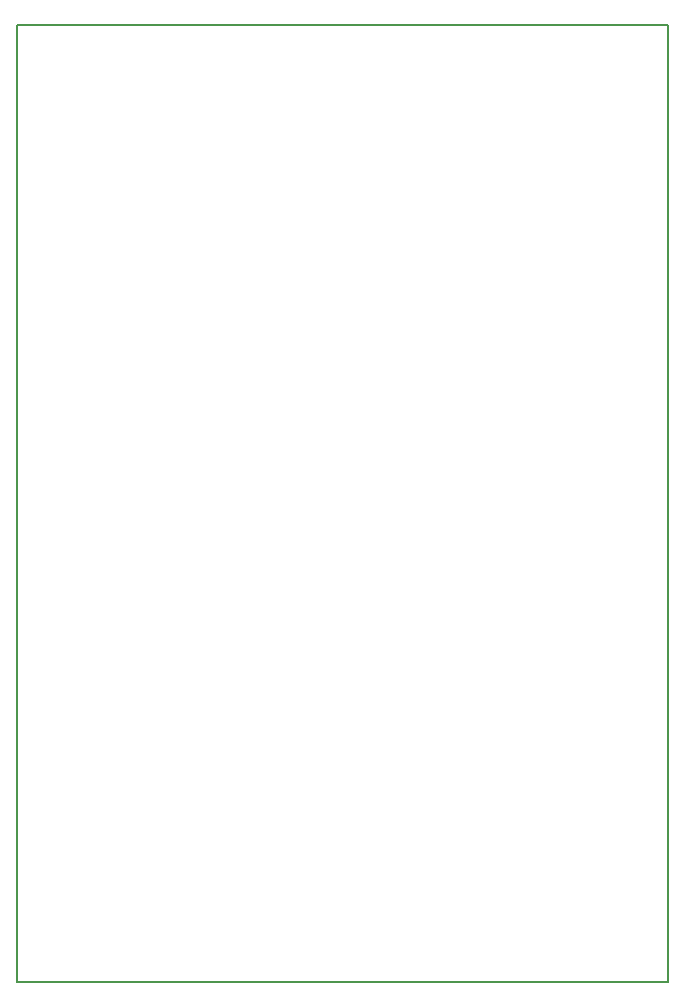
<source format=gbr>
%TF.GenerationSoftware,KiCad,Pcbnew,(6.0.7)*%
%TF.CreationDate,2023-09-18T08:45:16-03:00*%
%TF.ProjectId,Shield_Arduino_MAX6675,53686965-6c64-45f4-9172-6475696e6f5f,rev?*%
%TF.SameCoordinates,Original*%
%TF.FileFunction,Profile,NP*%
%FSLAX46Y46*%
G04 Gerber Fmt 4.6, Leading zero omitted, Abs format (unit mm)*
G04 Created by KiCad (PCBNEW (6.0.7)) date 2023-09-18 08:45:16*
%MOMM*%
%LPD*%
G01*
G04 APERTURE LIST*
%TA.AperFunction,Profile*%
%ADD10C,0.150000*%
%TD*%
G04 APERTURE END LIST*
D10*
X106654800Y-35788800D02*
X161722000Y-35788800D01*
X161722000Y-35788800D02*
X161722000Y-116814800D01*
X161722000Y-116814800D02*
X106654800Y-116814800D01*
X106654800Y-116814800D02*
X106654800Y-35788800D01*
M02*

</source>
